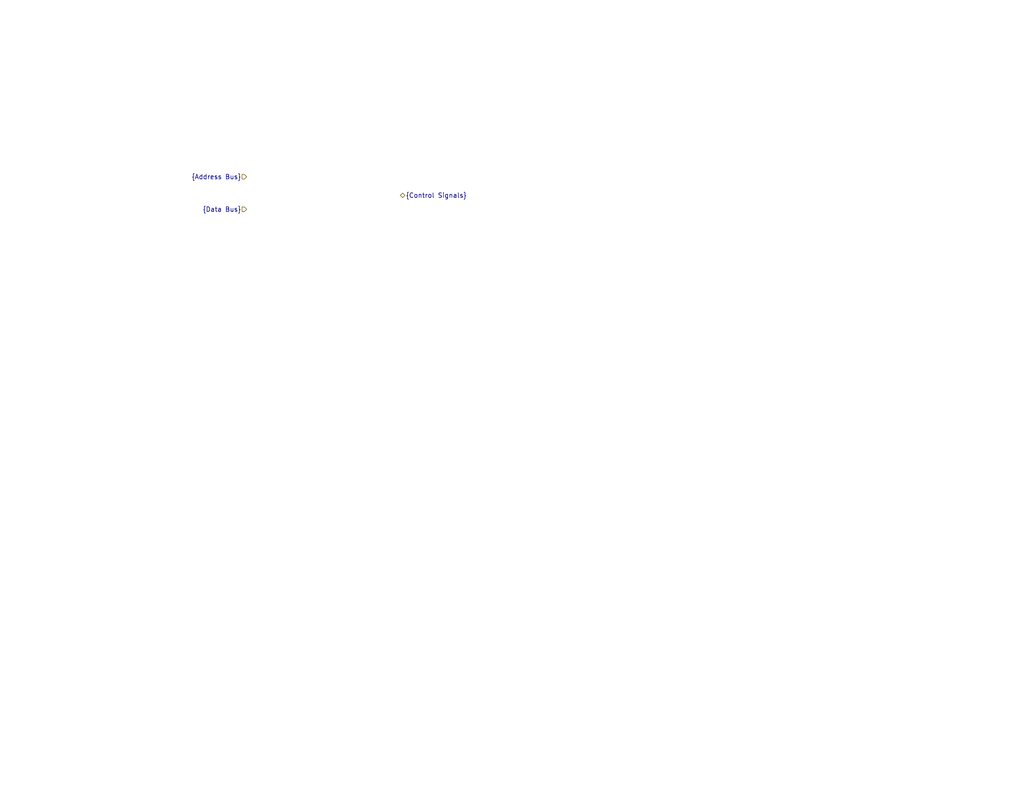
<source format=kicad_sch>
(kicad_sch (version 20230121) (generator eeschema)
  (paper "USLetter")
  (title_block (title "Sentinel 65X") (rev "0") (company "Stuidio 8502"))
  (lib_symbols)
  (hierarchical_label "{Control Signals}" (shape bidirectional) (at 109.22 53.34 0))
  (hierarchical_label "{Data Bus}" (shape input) (at 67.31 57.15 180))
  (hierarchical_label "{Address Bus}" (shape input) (at 67.31 48.26 180))
)
</source>
